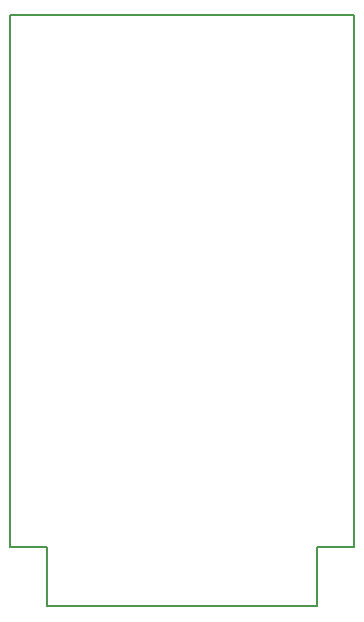
<source format=gko>
G04 #@! TF.FileFunction,Profile,NP*
%FSLAX46Y46*%
G04 Gerber Fmt 4.6, Leading zero omitted, Abs format (unit mm)*
G04 Created by KiCad (PCBNEW (2015-03-06 BZR 5484)-product) date 10/25/2015 10:49:35 PM*
%MOMM*%
G01*
G04 APERTURE LIST*
%ADD10C,0.100000*%
%ADD11C,0.150000*%
G04 APERTURE END LIST*
D10*
D11*
X169540000Y-130200000D02*
X169540000Y-85175000D01*
X166370000Y-130200000D02*
X169540000Y-130200000D01*
X166370000Y-135200000D02*
X166370000Y-130200000D01*
X143510000Y-130200000D02*
X140340000Y-130200000D01*
X143510000Y-135200000D02*
X143510000Y-130200000D01*
X143510000Y-135200000D02*
X166370000Y-135200000D01*
X140340000Y-85175000D02*
X169540000Y-85175000D01*
X140340000Y-130200000D02*
X140340000Y-85175000D01*
M02*

</source>
